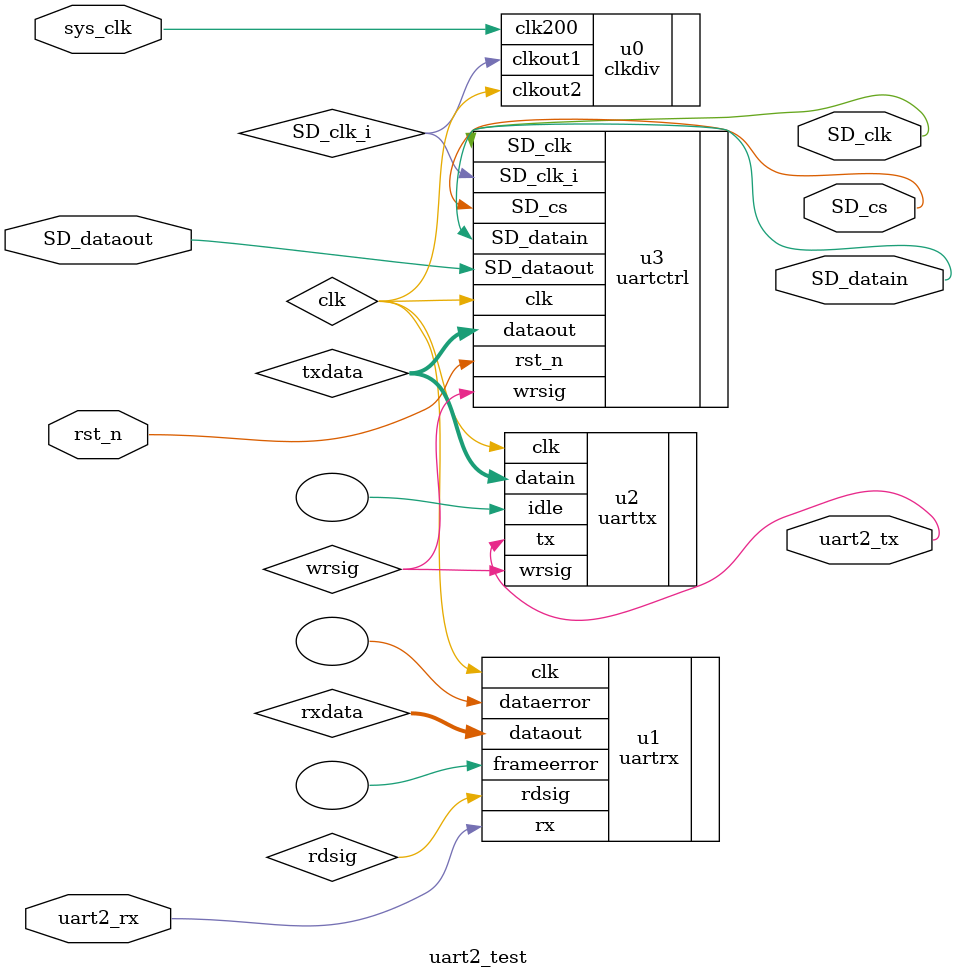
<source format=v>
`timescale 1ns / 1ps
module uart2_test(
         input sys_clk,                      // ¿ª·¢°åÉÏ²î·ÖÊäÈëÊ±ÖÓP: 200Mhz
         input  rst_n,
         
 		 output SD_clk,					
         output SD_cs,
         output SD_datain,
         input  SD_dataout,        
         
         input uart2_rx,                       // ´®¿ÚÊý¾Ý½ÓÊÕ
         output uart2_tx);                     // ´®¿ÚÊý¾Ý·¢ËÍ


wire clk;       //clock for 9600 uart port
wire SD_clk_i;
wire [7:0] txdata,rxdata;     //´®¿Ú·¢ËÍÊý¾ÝºÍ´®¿Ú½ÓÊÕÊý¾Ý



//²úÉúÊ±ÖÓµÄÆµÂÊÎª16*9600
clkdiv u0 (
		.clk200                  (sys_clk),             //200MhzµÄ¾§ÕñÊäÈë                     
		.clkout1                 (SD_clk_i),            //25M SD clock
		.clkout2                 (clk)                  //16±¶²¨ÌØÂÊµÄÊ±ÖÓ                        
 );

//´®¿Ú½ÓÊÕ³ÌÐò
uartrx u1 (
		.clk                     (clk),                 //16±¶²¨ÌØÂÊµÄÊ±ÖÓ 
        .rx	                     (uart2_rx),  	        //´®¿Ú½ÓÊÕ
		.dataout                 (rxdata),              //uart ½ÓÊÕµ½µÄÊý¾Ý,Ò»¸ö×Ö½Ú                     
        .rdsig                   (rdsig),               //uart ½ÓÊÕµ½Êý¾ÝÓÐÐ§ 
		.dataerror               (),
		.frameerror              ()
);

//´®¿Ú·¢ËÍ³ÌÐò
uarttx u2 (
		.clk                     (clk),                  //16±¶²¨ÌØÂÊµÄÊ±ÖÓ  
	    .tx                      (uart2_tx),			 //´®¿Ú·¢ËÍ
		.datain                  (txdata),               //uart ·¢ËÍµÄÊý¾Ý   
        .wrsig                   (wrsig),                //uart ·¢ËÍµÄÊý¾ÝÓÐÐ§  
        .idle                    () 	
	
 );

//´®¿ÚÊý¾Ý·¢ËÍ¿ØÖÆ³ÌÐò
uartctrl u3 (
		.SD_clk_i                (SD_clk_i),   
		.rst_n                   (rst_n),
		.SD_clk                  (SD_clk),		
		.SD_cs                   (SD_cs),
		.SD_datain               (SD_datain),		
		.SD_dataout              (SD_dataout),		
						
		.clk                     (clk),    
        .wrsig                   (wrsig),                //uart ·¢ËÍµÄÊý¾ÝÓÐÐ§  
        .dataout                 (txdata)	             //uart ·¢ËÍµÄÊý¾Ý£¬Ò»¸ö×Ö½Ú 
	
 );
   
  
  
endmodule


</source>
